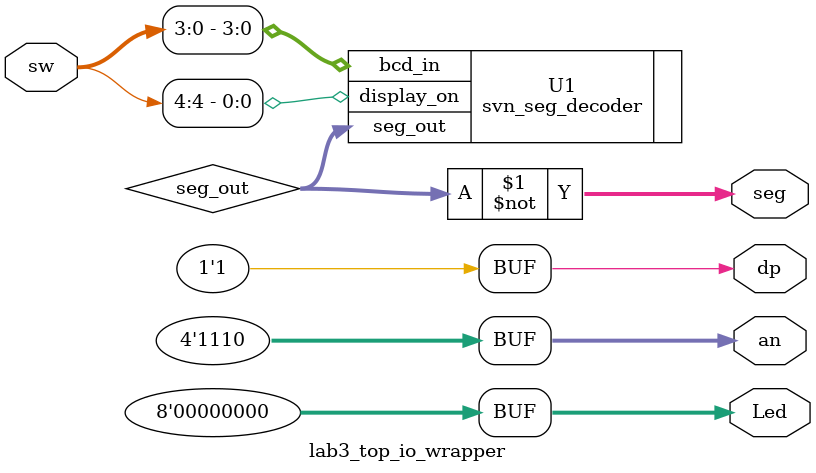
<source format=v>
`timescale 1ns / 1ps
module lab3_top_io_wrapper(
    output [6:0] seg,
    output dp,
    output [3:0] an,
    output [7:0] Led,
    input [4:0] sw
    );
	 
	// --------- outputs ----------
	// shut everything off as a default
	// seven segment decoder with decimal point
	assign dp = 4'b1111;	// low is on
	// regular leds
	assign Led = 8'b00000000;	// high is on

	wire [6:0] seg_out;

	// invert the segment driver logic - so low is on
	assign seg = ~seg_out;
	// anodes for each digit
	assign an = 4'b1110;	// low is on
	
	// Instantiate the top module
	svn_seg_decoder U1 (
		.display_on(sw[4]),
		.bcd_in(sw[3:0]), 
		.seg_out(seg_out)
	);

endmodule

</source>
